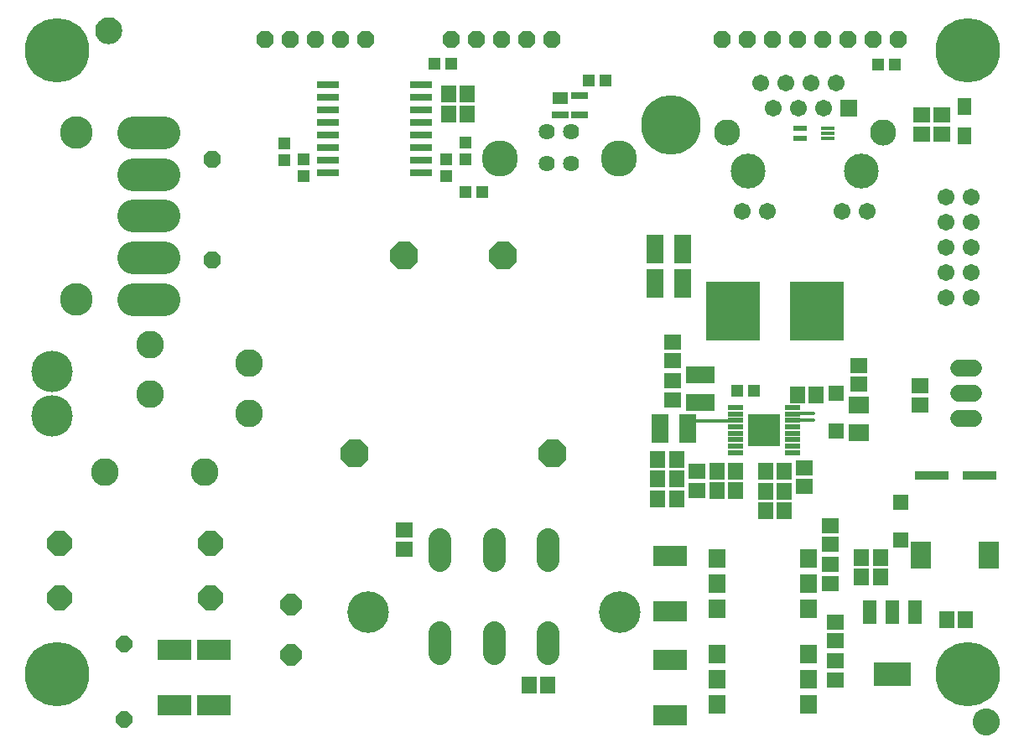
<source format=gts>
G75*
G70*
%OFA0B0*%
%FSLAX24Y24*%
%IPPOS*%
%LPD*%
%AMOC8*
5,1,8,0,0,1.08239X$1,22.5*
%
%ADD10C,0.0120*%
%ADD11C,0.0140*%
%ADD12R,0.0592X0.0671*%
%ADD13R,0.0671X0.0592*%
%ADD14R,0.0513X0.0474*%
%ADD15R,0.0631X0.0631*%
%ADD16R,0.0640X0.0220*%
%ADD17R,0.1298X0.1298*%
%ADD18R,0.1143X0.0710*%
%ADD19R,0.2165X0.2362*%
%ADD20R,0.0710X0.1143*%
%ADD21OC8,0.0973*%
%ADD22R,0.0790X0.0710*%
%ADD23C,0.0907*%
%ADD24R,0.1340X0.0789*%
%ADD25OC8,0.0640*%
%ADD26OC8,0.0840*%
%ADD27C,0.1653*%
%ADD28R,0.0678X0.0781*%
%ADD29C,0.1100*%
%ADD30R,0.0789X0.1064*%
%ADD31C,0.0674*%
%ADD32C,0.0674*%
%ADD33R,0.0560X0.0960*%
%ADD34R,0.1504X0.0953*%
%ADD35C,0.0640*%
%ADD36C,0.1436*%
%ADD37OC8,0.0674*%
%ADD38R,0.0674X0.0674*%
%ADD39C,0.1039*%
%ADD40C,0.1386*%
%ADD41R,0.0474X0.0513*%
%ADD42R,0.1360X0.0380*%
%ADD43R,0.0520X0.0180*%
%ADD44R,0.0520X0.0200*%
%ADD45R,0.0600X0.0450*%
%ADD46R,0.0700X0.0300*%
%ADD47OC8,0.0680*%
%ADD48R,0.0860X0.0300*%
%ADD49R,0.0552X0.0671*%
%ADD50C,0.0050*%
%ADD51OC8,0.1100*%
%ADD52C,0.1299*%
%ADD53C,0.1299*%
%ADD54C,0.2562*%
%ADD55C,0.1650*%
%ADD56C,0.2365*%
D10*
X059418Y017700D02*
X060793Y017700D01*
D11*
X063168Y017725D02*
X064118Y017725D01*
X064118Y017975D02*
X063193Y017975D01*
D12*
X063469Y018725D03*
X064217Y018725D03*
X058667Y016150D03*
X057919Y016150D03*
X057919Y015375D03*
X058667Y015375D03*
X060269Y015700D03*
X061017Y015700D03*
X061017Y014925D03*
X060269Y014925D03*
X058667Y014600D03*
X057919Y014600D03*
X062194Y014900D03*
X062942Y014900D03*
X062942Y015700D03*
X062194Y015700D03*
X062194Y014125D03*
X062942Y014125D03*
X066019Y012250D03*
X066767Y012250D03*
X066767Y011475D03*
X066019Y011475D03*
X069394Y009800D03*
X070142Y009800D03*
X053542Y007200D03*
X052794Y007200D03*
X050342Y029900D03*
X049594Y029900D03*
X049594Y030675D03*
X050342Y030675D03*
D13*
X068418Y029849D03*
X069193Y029849D03*
X069193Y029101D03*
X068418Y029101D03*
X058518Y020824D03*
X058518Y020076D03*
X058518Y019274D03*
X058518Y018526D03*
X063743Y015824D03*
X063743Y015076D03*
X064768Y013524D03*
X064768Y012776D03*
X064768Y011974D03*
X064768Y011226D03*
X064968Y009699D03*
X064968Y008951D03*
X064968Y008149D03*
X064968Y007401D03*
X047843Y012601D03*
X047843Y013349D03*
X059468Y014936D03*
X059468Y015684D03*
X068343Y018326D03*
X068343Y019074D03*
X065893Y019151D03*
X065893Y019899D03*
D14*
X061753Y018875D03*
X061084Y018875D03*
X055853Y031225D03*
X055184Y031225D03*
D15*
X065018Y018773D03*
X065018Y017277D03*
X067568Y014448D03*
X067568Y012952D03*
D16*
X063263Y016425D03*
X063263Y016685D03*
X063263Y016945D03*
X063263Y017195D03*
X063263Y017455D03*
X063263Y017705D03*
X063263Y017965D03*
X063263Y018225D03*
X061023Y018225D03*
X061023Y017965D03*
X061023Y017705D03*
X061023Y017455D03*
X061023Y017195D03*
X061023Y016945D03*
X061023Y016685D03*
X061023Y016425D03*
D17*
X062143Y017325D03*
D18*
X059593Y018424D03*
X059593Y019526D03*
D19*
X060895Y022050D03*
X064241Y022050D03*
D20*
X058894Y023150D03*
X057792Y023150D03*
X057792Y024525D03*
X058894Y024525D03*
X059094Y017375D03*
X057992Y017375D03*
D21*
X040128Y012820D03*
X040153Y010640D03*
X034153Y010640D03*
X034128Y012820D03*
D22*
X065893Y017215D03*
X065893Y018335D03*
D23*
X053543Y012988D02*
X053543Y012163D01*
X051393Y012163D02*
X051393Y012988D01*
X049243Y012988D02*
X049243Y012163D01*
X049243Y009288D02*
X049243Y008463D01*
X051393Y008463D02*
X051393Y009288D01*
X053543Y009288D02*
X053543Y008463D01*
D24*
X058418Y008202D03*
X058418Y010123D03*
X058418Y012327D03*
X058418Y005998D03*
X040268Y006398D03*
X038718Y006398D03*
X038718Y008602D03*
X040268Y008602D03*
D25*
X036693Y008825D03*
X036693Y005825D03*
D26*
X043343Y008400D03*
X043343Y010400D03*
D27*
X046418Y010100D03*
X056418Y010100D03*
D28*
X060264Y010225D03*
X060264Y011225D03*
X060264Y012225D03*
X063922Y012225D03*
X063922Y011225D03*
X063922Y010225D03*
X063922Y008425D03*
X063922Y007425D03*
X063922Y006425D03*
X060264Y006425D03*
X060264Y007425D03*
X060264Y008425D03*
D29*
X039893Y015665D03*
X035956Y015665D03*
X041662Y018001D03*
X037725Y018749D03*
X041662Y019976D03*
X037725Y020724D03*
D30*
X068360Y012350D03*
X071076Y012350D03*
D31*
X070465Y017775D02*
X069871Y017775D01*
X069871Y018775D02*
X070465Y018775D01*
X070465Y019775D02*
X069871Y019775D01*
D32*
X070362Y022588D03*
X069362Y022588D03*
X069362Y023588D03*
X070362Y023588D03*
X070362Y024588D03*
X069362Y024588D03*
X069362Y025588D03*
X070362Y025588D03*
X070362Y026588D03*
X069362Y026588D03*
X066249Y026006D03*
X065249Y026006D03*
X062268Y026006D03*
X061268Y026006D03*
X062509Y030124D03*
X063509Y030124D03*
X064509Y030124D03*
X065009Y031124D03*
X064009Y031124D03*
X063009Y031124D03*
X062009Y031124D03*
D33*
X066333Y010070D03*
X067243Y010070D03*
X068153Y010070D03*
D34*
X067243Y007630D03*
D35*
X054487Y027930D03*
X053502Y027930D03*
X053502Y029190D03*
X054487Y029190D03*
D36*
X056365Y028127D03*
X051624Y028127D03*
D37*
X051693Y032850D03*
X050693Y032850D03*
X049693Y032850D03*
X052693Y032850D03*
X053693Y032850D03*
X060468Y032850D03*
X061468Y032850D03*
X062468Y032850D03*
X063468Y032850D03*
X064468Y032850D03*
X065468Y032850D03*
X066468Y032850D03*
X067468Y032850D03*
X046318Y032850D03*
X045318Y032850D03*
X044318Y032850D03*
X043318Y032850D03*
X042318Y032850D03*
D38*
X065509Y030124D03*
D39*
X066859Y029156D03*
X060658Y029156D03*
D40*
X061509Y027624D03*
X066009Y027624D03*
D41*
X066684Y031850D03*
X067353Y031850D03*
X050953Y026775D03*
X050284Y026775D03*
X049493Y027415D03*
X049493Y028085D03*
X050268Y028090D03*
X050268Y028760D03*
X043843Y028085D03*
X043843Y027415D03*
X043068Y028065D03*
X043068Y028735D03*
X049034Y031875D03*
X049703Y031875D03*
D42*
X068818Y015525D03*
X070718Y015525D03*
D43*
X064658Y028925D03*
X064658Y029125D03*
X064658Y029325D03*
D44*
X063578Y029325D03*
X063578Y028925D03*
D45*
X054043Y030525D03*
D46*
X054043Y029845D03*
X054793Y029845D03*
X054793Y030605D03*
D47*
X040193Y028100D03*
X040193Y024100D03*
D48*
X044793Y027550D03*
X044793Y028050D03*
X044793Y028550D03*
X044793Y029050D03*
X044793Y029550D03*
X044793Y030050D03*
X044793Y030550D03*
X044793Y031050D03*
X048493Y031050D03*
X048493Y030550D03*
X048493Y030050D03*
X048493Y029550D03*
X048493Y029050D03*
X048493Y028550D03*
X048493Y028050D03*
X048493Y027550D03*
D49*
X070093Y029029D03*
X070093Y030171D03*
D50*
X036586Y033113D02*
X036563Y033029D01*
X036526Y032950D01*
X036476Y032879D01*
X036415Y032817D01*
X036343Y032767D01*
X036264Y032730D01*
X036180Y032708D01*
X036093Y032700D01*
X036006Y032708D01*
X035922Y032730D01*
X035843Y032767D01*
X035772Y032817D01*
X035710Y032879D01*
X035660Y032950D01*
X035623Y033029D01*
X035601Y033113D01*
X035593Y033200D01*
X035601Y033287D01*
X035623Y033371D01*
X035660Y033450D01*
X035710Y033521D01*
X035772Y033583D01*
X035843Y033633D01*
X035922Y033670D01*
X036006Y033692D01*
X036093Y033700D01*
X036180Y033692D01*
X036264Y033670D01*
X036343Y033633D01*
X036415Y033583D01*
X036476Y033521D01*
X036526Y033450D01*
X036563Y033371D01*
X036586Y033287D01*
X036593Y033200D01*
X036586Y033113D01*
X036587Y033126D02*
X035600Y033126D01*
X035595Y033174D02*
X036591Y033174D01*
X036591Y033223D02*
X035595Y033223D01*
X035599Y033271D02*
X036587Y033271D01*
X036577Y033320D02*
X035610Y033320D01*
X035623Y033368D02*
X036564Y033368D01*
X036542Y033417D02*
X035645Y033417D01*
X035671Y033465D02*
X036516Y033465D01*
X036482Y033514D02*
X035705Y033514D01*
X035751Y033562D02*
X036435Y033562D01*
X036375Y033611D02*
X035811Y033611D01*
X035899Y033659D02*
X036287Y033659D01*
X036576Y033077D02*
X035610Y033077D01*
X035623Y033029D02*
X036563Y033029D01*
X036540Y032980D02*
X035646Y032980D01*
X035673Y032932D02*
X036513Y032932D01*
X036479Y032883D02*
X035707Y032883D01*
X035754Y032835D02*
X036432Y032835D01*
X036371Y032786D02*
X035816Y032786D01*
X035906Y032738D02*
X036280Y032738D01*
X070797Y006195D02*
X070881Y006217D01*
X070968Y006225D01*
X071055Y006217D01*
X071139Y006195D01*
X071218Y006158D01*
X071290Y006108D01*
X071351Y006046D01*
X071401Y005975D01*
X071438Y005896D01*
X071461Y005812D01*
X071468Y005725D01*
X071461Y005638D01*
X071438Y005554D01*
X071401Y005475D01*
X071351Y005404D01*
X071290Y005342D01*
X071218Y005292D01*
X071139Y005255D01*
X071055Y005233D01*
X070968Y005225D01*
X070881Y005233D01*
X070797Y005255D01*
X070718Y005292D01*
X070647Y005342D01*
X070585Y005404D01*
X070535Y005475D01*
X070498Y005554D01*
X070476Y005638D01*
X070468Y005725D01*
X070476Y005812D01*
X070498Y005896D01*
X070535Y005975D01*
X070585Y006046D01*
X070647Y006108D01*
X070718Y006158D01*
X070797Y006195D01*
X070846Y006208D02*
X071090Y006208D01*
X071215Y006160D02*
X070721Y006160D01*
X070651Y006111D02*
X071285Y006111D01*
X071335Y006063D02*
X070601Y006063D01*
X070562Y006014D02*
X071374Y006014D01*
X071406Y005966D02*
X070531Y005966D01*
X070508Y005917D02*
X071428Y005917D01*
X071445Y005869D02*
X070491Y005869D01*
X070478Y005820D02*
X071458Y005820D01*
X071464Y005772D02*
X070472Y005772D01*
X070468Y005723D02*
X071468Y005723D01*
X071464Y005675D02*
X070473Y005675D01*
X070479Y005626D02*
X071457Y005626D01*
X071444Y005578D02*
X070492Y005578D01*
X070510Y005529D02*
X071426Y005529D01*
X071404Y005481D02*
X070533Y005481D01*
X070565Y005432D02*
X071371Y005432D01*
X071331Y005384D02*
X070605Y005384D01*
X070657Y005335D02*
X071280Y005335D01*
X071206Y005287D02*
X070730Y005287D01*
X070861Y005238D02*
X071075Y005238D01*
D51*
X053755Y016388D03*
X045881Y016388D03*
X047850Y024262D03*
X051787Y024262D03*
D52*
X038259Y024189D02*
X037078Y024189D01*
X037078Y022536D02*
X038259Y022536D01*
X038259Y025843D02*
X037078Y025843D01*
X037078Y027496D02*
X038259Y027496D01*
X038259Y029150D02*
X037078Y029150D01*
D53*
X034794Y029150D03*
X034794Y022536D03*
D54*
X034024Y007606D03*
X070244Y007606D03*
X070244Y032409D03*
X034024Y032409D03*
D55*
X033843Y019650D03*
X033843Y017900D03*
D56*
X058433Y029456D03*
M02*

</source>
